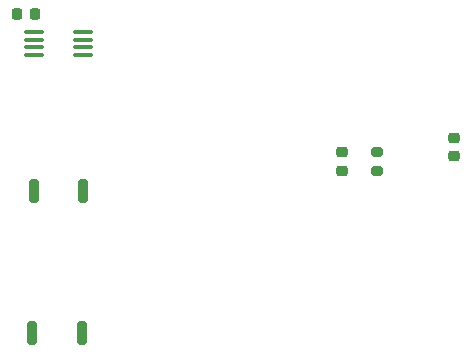
<source format=gbr>
%TF.GenerationSoftware,KiCad,Pcbnew,8.0.7-8.0.7-0~ubuntu22.04.1*%
%TF.CreationDate,2025-01-06T16:11:52+01:00*%
%TF.ProjectId,crack_monitoring_minimal,63726163-6b5f-46d6-9f6e-69746f72696e,rev?*%
%TF.SameCoordinates,Original*%
%TF.FileFunction,Paste,Top*%
%TF.FilePolarity,Positive*%
%FSLAX46Y46*%
G04 Gerber Fmt 4.6, Leading zero omitted, Abs format (unit mm)*
G04 Created by KiCad (PCBNEW 8.0.7-8.0.7-0~ubuntu22.04.1) date 2025-01-06 16:11:52*
%MOMM*%
%LPD*%
G01*
G04 APERTURE LIST*
G04 Aperture macros list*
%AMRoundRect*
0 Rectangle with rounded corners*
0 $1 Rounding radius*
0 $2 $3 $4 $5 $6 $7 $8 $9 X,Y pos of 4 corners*
0 Add a 4 corners polygon primitive as box body*
4,1,4,$2,$3,$4,$5,$6,$7,$8,$9,$2,$3,0*
0 Add four circle primitives for the rounded corners*
1,1,$1+$1,$2,$3*
1,1,$1+$1,$4,$5*
1,1,$1+$1,$6,$7*
1,1,$1+$1,$8,$9*
0 Add four rect primitives between the rounded corners*
20,1,$1+$1,$2,$3,$4,$5,0*
20,1,$1+$1,$4,$5,$6,$7,0*
20,1,$1+$1,$6,$7,$8,$9,0*
20,1,$1+$1,$8,$9,$2,$3,0*%
G04 Aperture macros list end*
%ADD10RoundRect,0.225000X0.250000X-0.225000X0.250000X0.225000X-0.250000X0.225000X-0.250000X-0.225000X0*%
%ADD11RoundRect,0.200000X-0.275000X0.200000X-0.275000X-0.200000X0.275000X-0.200000X0.275000X0.200000X0*%
%ADD12RoundRect,0.200000X-0.200000X-0.800000X0.200000X-0.800000X0.200000X0.800000X-0.200000X0.800000X0*%
%ADD13RoundRect,0.100000X0.712500X0.100000X-0.712500X0.100000X-0.712500X-0.100000X0.712500X-0.100000X0*%
%ADD14RoundRect,0.225000X0.225000X0.250000X-0.225000X0.250000X-0.225000X-0.250000X0.225000X-0.250000X0*%
G04 APERTURE END LIST*
D10*
%TO.C,C2*%
X165000000Y-73050000D03*
X165000000Y-71500000D03*
%TD*%
D11*
%TO.C,R1*%
X158500000Y-72675000D03*
X158500000Y-74325000D03*
%TD*%
D12*
%TO.C,SW1*%
X129400000Y-76000000D03*
X133600000Y-76000000D03*
%TD*%
D10*
%TO.C,C1*%
X155500000Y-74275000D03*
X155500000Y-72725000D03*
%TD*%
D13*
%TO.C,U2*%
X133612500Y-64475000D03*
X133612500Y-63825000D03*
X133612500Y-63175000D03*
X133612500Y-62525000D03*
X129387500Y-62525000D03*
X129387500Y-63175000D03*
X129387500Y-63825000D03*
X129387500Y-64475000D03*
%TD*%
D12*
%TO.C,SW2*%
X129300000Y-88000000D03*
X133500000Y-88000000D03*
%TD*%
D14*
%TO.C,C4*%
X129500000Y-61000000D03*
X127950000Y-61000000D03*
%TD*%
M02*

</source>
